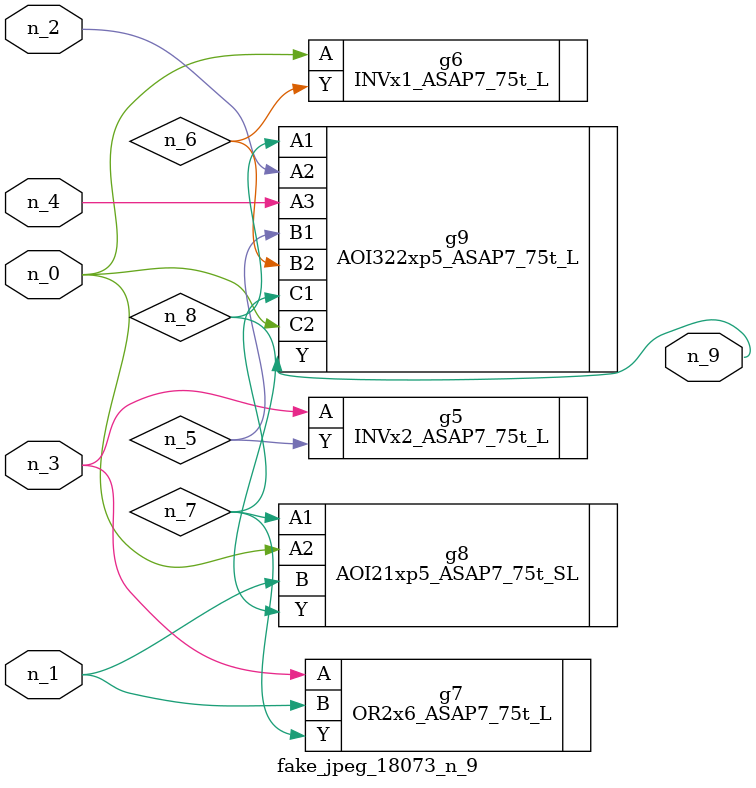
<source format=v>
module fake_jpeg_18073_n_9 (n_3, n_2, n_1, n_0, n_4, n_9);

input n_3;
input n_2;
input n_1;
input n_0;
input n_4;

output n_9;

wire n_8;
wire n_6;
wire n_5;
wire n_7;

INVx2_ASAP7_75t_L g5 ( 
.A(n_3),
.Y(n_5)
);

INVx1_ASAP7_75t_L g6 ( 
.A(n_0),
.Y(n_6)
);

OR2x6_ASAP7_75t_L g7 ( 
.A(n_3),
.B(n_1),
.Y(n_7)
);

AOI21xp5_ASAP7_75t_SL g8 ( 
.A1(n_7),
.A2(n_0),
.B(n_1),
.Y(n_8)
);

AOI322xp5_ASAP7_75t_L g9 ( 
.A1(n_8),
.A2(n_2),
.A3(n_4),
.B1(n_5),
.B2(n_6),
.C1(n_7),
.C2(n_0),
.Y(n_9)
);


endmodule
</source>
